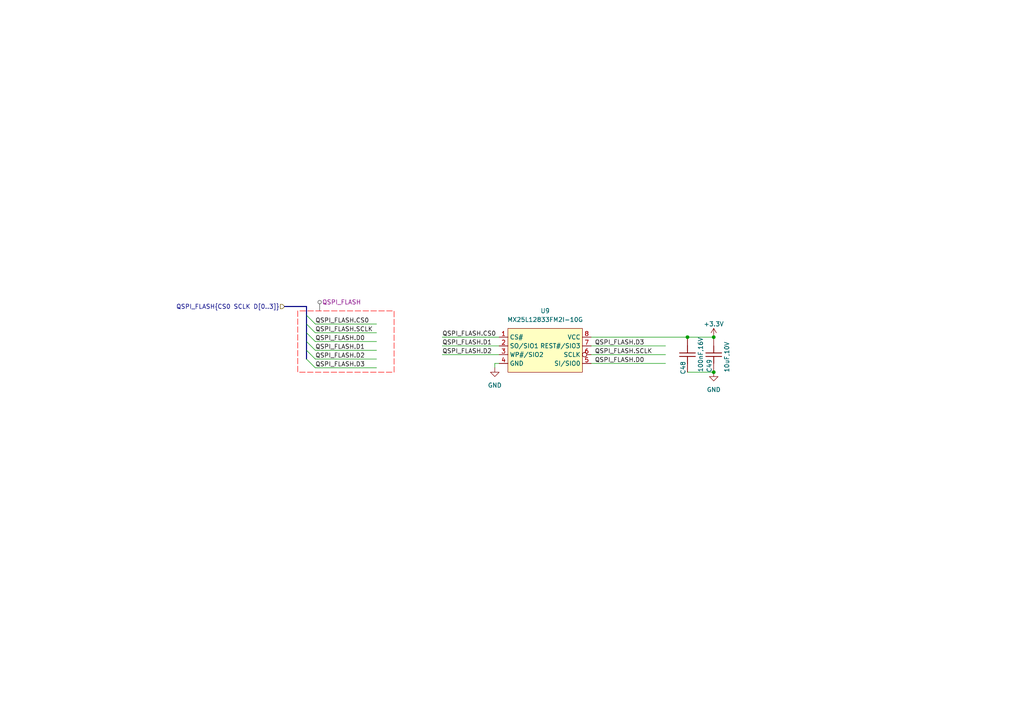
<source format=kicad_sch>
(kicad_sch (version 20250114) (generator "eeschema") (generator_version "9.0")
  (paper "A4")
  (lib_symbols
    (symbol "HPM6280Foc:CC0402KRX7R7BB104"
      (property "Reference" "C" (at -1.27 2.54 0))
      (property "Value" "100nF,16V" (at 0 -3.81 0))
      (symbol "CC0402KRX7R7BB104_1_0"
        (polyline (pts (xy -0.508 2.286) (xy -0.508 -2.286)) (stroke (width 0.254)))
        (polyline (pts (xy -0.508 0) (xy -2.54 0)) (stroke (width 0.254)))
        (polyline (pts (xy 0.508 2.286) (xy 0.508 -2.286)) (stroke (width 0.254)))
        (polyline (pts (xy 0.508 0) (xy 2.54 0)) (stroke (width 0.254)))
        (pin passive line (at -5.08 0 0) (length 2.54) (name "2") (number "2"))
        (pin passive line (at 5.08 0 180) (length 2.54) (name "1") (number "1"))
      )
    )
    (symbol "HPM6280Foc:CL05A106MP5NUNC"
      (property "Reference" "C" (at 0 3.81 0))
      (property "Value" "10uF,10V" (at 0 -3.81 0))
      (symbol "CL05A106MP5NUNC_1_0"
        (polyline (pts (xy -0.508 2.286) (xy -0.508 -2.286)) (stroke (width 0.254)))
        (polyline (pts (xy -0.508 0) (xy -2.54 0)) (stroke (width 0.254)))
        (polyline (pts (xy 0.508 2.286) (xy 0.508 -2.286)) (stroke (width 0.254)))
        (polyline (pts (xy 0.508 0) (xy 2.54 0)) (stroke (width 0.254)))
        (pin passive line (at -5.08 0 0) (length 2.54) (name "2") (number "2"))
        (pin passive line (at 5.08 0 180) (length 2.54) (name "1") (number "1"))
      )
    )
    (symbol "HPM6280Foc:MX25L12833FM2I-10G"
      (property "Reference" "U" (at 0 1.27 0))
      (property "Value" "MX25L12833FM2I-10G" (at 10.16 -13.97 0))
      (symbol "MX25L12833FM2I-10G_0_0"
        (pin input line (at -2.54 -2.54 0) (length 2.54) (name "CS#") (number "1"))
        (pin bidirectional line (at -2.54 -5.08 0) (length 2.54) (name "SO/SIO1") (number "2"))
        (pin bidirectional line (at -2.54 -7.62 0) (length 2.54) (name "WP#/SIO2") (number "3"))
        (pin power_in line (at -2.54 -10.16 0) (length 2.54) (name "GND") (number "4"))
        (pin power_in line (at 24.13 -2.54 180) (length 2.54) (name "VCC") (number "8"))
        (pin bidirectional line (at 24.13 -5.08 180) (length 2.54) (name "REST#/SIO3") (number "7"))
        (pin input inverted (at 24.13 -7.62 180) (length 2.54) (name "SCLK") (number "6"))
        (pin bidirectional line (at 24.13 -10.16 180) (length 2.54) (name "SI/SIO0") (number "5"))
      )
      (symbol "MX25L12833FM2I-10G_1_1"
        (rectangle (start 0 0) (end 21.59 -12.7) (fill (type background)))
      )
    )
    (symbol "power:+3.3V" (power) (pin_numbers (hide yes)) (pin_names (offset 0) (hide yes))
      (property "Value" "+3.3V" (at 0 3.556 0))
      (symbol "+3.3V_0_1"
        (polyline (pts (xy -0.762 1.27) (xy 0 2.54)))
        (polyline (pts (xy 0 2.54) (xy 0.762 1.27)))
        (polyline (pts (xy 0 0) (xy 0 2.54)))
      )
      (symbol "+3.3V_1_1"
        (pin power_in line (at 0 0 90) (length 0) (name "~") (number "1"))
      )
    )
    (symbol "power:GND" (power) (pin_numbers (hide yes)) (pin_names (offset 0) (hide yes))
      (property "Value" "GND" (at 0 -3.81 0))
      (symbol "GND_0_1"
        (polyline (pts (xy 0 0) (xy 0 -1.27) (xy 1.27 -1.27) (xy 0 -2.54) (xy -1.27 -1.27) (xy 0 -1.27)))
      )
      (symbol "GND_1_1"
        (pin power_in line (at 0 0 270) (length 0) (name "~") (number "1"))
      )
    )
  )
  (junction (at 207.01 107.95))
  (junction (at 207.01 97.79))
  (junction (at 199.39 97.79))
  (bus_entry (at 88.9 101.6) (size 2.54 2.54))
  (bus_entry (at 88.9 91.44) (size 2.54 2.54))
  (bus_entry (at 88.9 104.14) (size 2.54 2.54))
  (bus_entry (at 88.9 99.06) (size 2.54 2.54))
  (bus_entry (at 88.9 96.52) (size 2.54 2.54))
  (bus_entry (at 88.9 93.98) (size 2.54 2.54))
  (bus (pts (xy 88.9 101.6) (xy 88.9 104.14)))
  (bus (pts (xy 88.9 99.06) (xy 88.9 101.6)))
  (bus (pts (xy 88.9 96.52) (xy 88.9 99.06)))
  (wire (pts (xy 91.44 106.68) (xy 109.22 106.68)))
  (bus (pts (xy 88.9 93.98) (xy 88.9 96.52)))
  (wire (pts (xy 128.27 100.33) (xy 144.78 100.33)))
  (wire (pts (xy 171.45 102.87) (xy 193.04 102.87)))
  (wire (pts (xy 91.44 99.06) (xy 109.22 99.06)))
  (wire (pts (xy 171.45 97.79) (xy 199.39 97.79)))
  (bus (pts (xy 88.9 88.9) (xy 88.9 91.44)))
  (wire (pts (xy 91.44 104.14) (xy 109.22 104.14)))
  (wire (pts (xy 91.44 101.6) (xy 109.22 101.6)))
  (wire (pts (xy 128.27 97.79) (xy 144.78 97.79)))
  (wire (pts (xy 91.44 96.52) (xy 109.22 96.52)))
  (wire (pts (xy 143.51 105.41) (xy 143.51 106.68)))
  (wire (pts (xy 144.78 105.41) (xy 143.51 105.41)))
  (bus (pts (xy 82.55 88.9) (xy 88.9 88.9)))
  (wire (pts (xy 91.44 93.98) (xy 109.22 93.98)))
  (wire (pts (xy 199.39 107.95) (xy 207.01 107.95)))
  (wire (pts (xy 199.39 97.79) (xy 207.01 97.79)))
  (wire (pts (xy 171.45 105.41) (xy 193.04 105.41)))
  (wire (pts (xy 128.27 102.87) (xy 144.78 102.87)))
  (bus (pts (xy 88.9 91.44) (xy 88.9 93.98)))
  (wire (pts (xy 171.45 100.33) (xy 193.04 100.33)))
  (label "QSPI_FLASH.D1" (at 128.27 100.33 0))
  (label "QSPI_FLASH.D3" (at 172.4899 100.33 0))
  (label "QSPI_FLASH.CS0" (at 128.27 97.79 0))
  (label "QSPI_FLASH.CS0" (at 91.44 93.98 0))
  (label "QSPI_FLASH.D1" (at 91.44 101.6 0))
  (label "QSPI_FLASH.SCLK" (at 91.44 96.52 0))
  (label "QSPI_FLASH.D3" (at 91.44 106.68 0))
  (label "QSPI_FLASH.D0" (at 91.44 99.06 0))
  (label "QSPI_FLASH.D2" (at 91.44 104.14 0))
  (label "QSPI_FLASH.D0" (at 172.4899 105.41 0))
  (label "QSPI_FLASH.D2" (at 128.27 102.87 0))
  (label "QSPI_FLASH.SCLK" (at 172.4899 102.87 0))
  (hierarchical_label "QSPI_FLASH{CS0 SCLK D[0..3]}" (shape input) (at 82.55 88.9 180))
  (rule_area (polyline (pts (xy 86.36 90.17) (xy 86.36 107.95) (xy 114.3 107.95) (xy 114.3 90.17)) (stroke (width 0) (type dash))))
  (netclass_flag "" (length 2.54) (shape round) (at 92.71 90.17 0) (property "Netclass" "QSPI_FLASH" (at 93.4085 87.63 0) (effects (justify left))))
  (symbol (lib_id "HPM6280Foc:CC0402KRX7R7BB104") (at 199.39 102.87 90) (unit 1)
    (property "Reference" "C48" (at 198.12 106.68 0))
    (property "Value" "100nF,16V" (at 203.2 102.87 0))
    (property "Footprint" "Capacitor_SMD:C_0402_1005Metric" (effects (hide yes)))
    (property "制造商" "YAGEO(国巨)" (effects (hide yes)))
    (property "华秋编号" "G0042289" (effects (hide yes)))
    (property "立创编号" "C60474" (effects (hide yes)))
  )
  (symbol (lib_id "HPM6280Foc:MX25L12833FM2I-10G") (at 147.32 95.25 0) (unit 1)
    (property "Reference" "U9" (at 158.115 90.17 0))
    (property "Value" "MX25L12833FM2I-10G" (at 158.115 92.71 0))
    (property "Footprint" "Package_SO:SOIC-8_5.3x5.3mm_P1.27mm" (effects (hide yes)))
    (property "Datasheet" "https://atta.szlcsc.com/upload/public/pdf/source/20200803/C701355_4C7EBAFB8A469496F8246F598976A81B.pdf" (effects (hide yes)))
    (property "Description" "3V 128M-BIT [x 1/x 2/x 4] CMOS MXSMIO FLASH MEMORY" (effects (hide yes)))
    (property "华秋编号" "G5908818" (effects (hide yes)))
    (property "立创编号" "C701355" (effects (hide yes)))
  )
  (symbol (lib_id "power:+3.3V") (at 207.01 97.79 0) (unit 1)
    (property "Reference" "#PWR070" (effects (hide yes)))
    (property "Value" "+3.3V" (at 207.01 93.98 0))
    (property "Description" "Power symbol creates a global label with name \"+3.3V\"" (effects (hide yes)))
  )
  (symbol (lib_id "HPM6280Foc:CL05A106MP5NUNC") (at 207.01 102.87 90) (unit 1)
    (property "Reference" "C49" (at 205.74 104.14 0) (effects (justify right)))
    (property "Value" "10uF,10V" (at 210.82 99.06 0) (effects (justify right)))
    (property "Footprint" "Capacitor_SMD:C_0402_1005Metric" (effects (hide yes)))
    (property "Datasheet" "https://atta.szlcsc.com/upload/public/pdf/source/20231220/1EF805BAE1520675928CC4638D279E74.pdf" (effects (hide yes)))
    (property "华秋编号" "G0022855" (effects (hide yes)))
    (property "立创编号" "C315248" (effects (hide yes)))
  )
  (symbol (lib_id "power:GND") (at 207.01 107.95 0) (unit 1)
    (property "Reference" "#PWR071" (effects (hide yes)))
    (property "Value" "GND" (at 207.01 113.03 0))
    (property "Description" "Power symbol creates a global label with name \"GND\" , ground" (effects (hide yes)))
  )
  (symbol (lib_id "power:GND") (at 143.51 106.68 0) (unit 1)
    (property "Reference" "#PWR072" (effects (hide yes)))
    (property "Value" "GND" (at 143.51 111.76 0))
    (property "Description" "Power symbol creates a global label with name \"GND\" , ground" (effects (hide yes)))
  )
)
</source>
